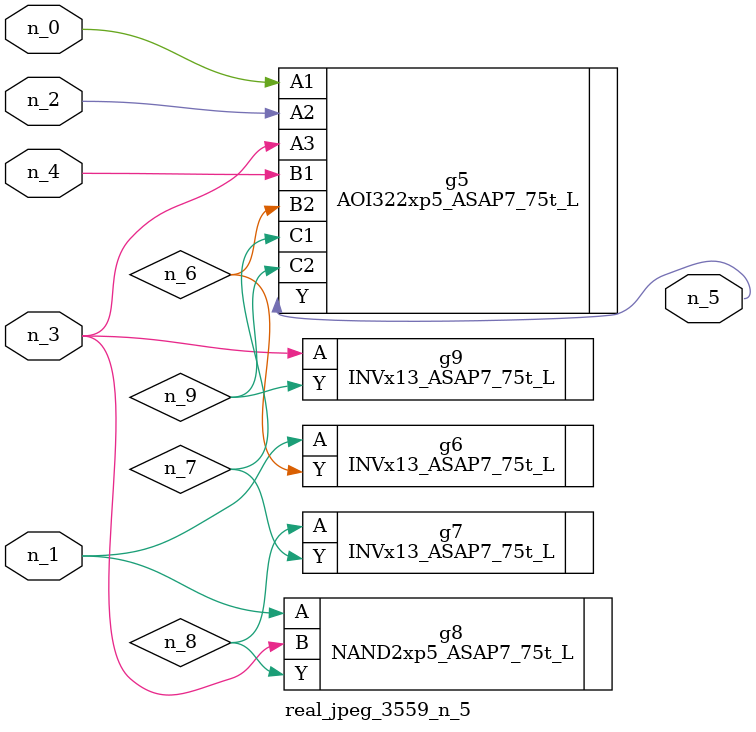
<source format=v>
module real_jpeg_3559_n_5 (n_4, n_0, n_1, n_2, n_3, n_5);

input n_4;
input n_0;
input n_1;
input n_2;
input n_3;

output n_5;

wire n_8;
wire n_6;
wire n_7;
wire n_9;

AOI322xp5_ASAP7_75t_L g5 ( 
.A1(n_0),
.A2(n_2),
.A3(n_3),
.B1(n_4),
.B2(n_6),
.C1(n_7),
.C2(n_9),
.Y(n_5)
);

INVx13_ASAP7_75t_L g6 ( 
.A(n_1),
.Y(n_6)
);

NAND2xp5_ASAP7_75t_L g8 ( 
.A(n_1),
.B(n_3),
.Y(n_8)
);

INVx13_ASAP7_75t_L g9 ( 
.A(n_3),
.Y(n_9)
);

INVx13_ASAP7_75t_L g7 ( 
.A(n_8),
.Y(n_7)
);


endmodule
</source>
